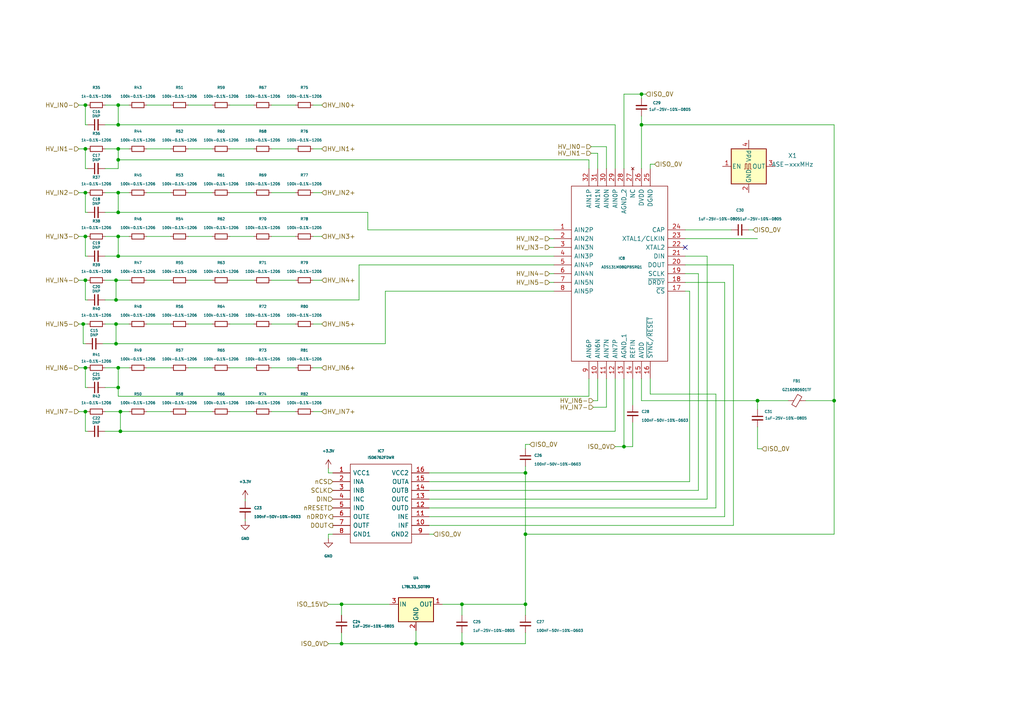
<source format=kicad_sch>
(kicad_sch (version 20230121) (generator eeschema)
  (paper "A4")
  (lib_symbols
    (symbol "Device:C_Small" (pin_numbers hide) (pin_names (offset 0.254) hide)
      (property "Reference" "C" (at 0.254 1.778 0))
      (property "Value" "C_Small" (at 0.254 -2.032 0))
      (symbol "C_Small_0_1"
        (polyline (pts (xy -1.524 -0.508) (xy 1.524 -0.508)) (stroke (width 0.3302)))
        (polyline (pts (xy -1.524 0.508) (xy 1.524 0.508)) (stroke (width 0.3048)))
      )
      (symbol "C_Small_1_1"
        (pin passive line (at 0 2.54 270) (length 2.032) (name "~") (number "1"))
        (pin passive line (at 0 -2.54 90) (length 2.032) (name "~") (number "2"))
      )
    )
    (symbol "Device:FerriteBead_Small" (pin_numbers hide) (pin_names (offset 0))
      (property "Reference" "FB" (at 1.905 1.27 0))
      (property "Value" "FerriteBead_Small" (at 1.905 -1.27 0))
      (symbol "FerriteBead_Small_0_1"
        (polyline (pts (xy 0 -1.27) (xy 0 -0.7874)))
        (polyline (pts (xy 0 0.889) (xy 0 1.2954)))
        (polyline (pts (xy -1.8288 0.2794) (xy -1.1176 1.4986) (xy 1.8288 -0.2032) (xy 1.1176 -1.4224) (xy -1.8288 0.2794)))
      )
      (symbol "FerriteBead_Small_1_1"
        (pin passive line (at 0 2.54 270) (length 1.27) (name "~") (number "1"))
        (pin passive line (at 0 -2.54 90) (length 1.27) (name "~") (number "2"))
      )
    )
    (symbol "Device:R_Small" (pin_numbers hide) (pin_names (offset 0.254) hide)
      (property "Reference" "R" (at 0.762 0.508 0))
      (property "Value" "R_Small" (at 0.762 -1.016 0))
      (symbol "R_Small_0_1"
        (rectangle (start -0.762 1.778) (end 0.762 -1.778) (stroke (width 0.2032)))
      )
      (symbol "R_Small_1_1"
        (pin passive line (at 0 2.54 270) (length 0.762) (name "~") (number "1"))
        (pin passive line (at 0 -2.54 90) (length 0.762) (name "~") (number "2"))
      )
    )
    (symbol "Oscillator:ASE-xxxMHz" (pin_names (offset 0.254))
      (property "Reference" "X" (at -5.08 6.35 0))
      (property "Value" "ASE-xxxMHz" (at 1.27 -6.35 0))
      (symbol "ASE-xxxMHz_0_1"
        (rectangle (start -5.08 5.08) (end 5.08 -5.08) (stroke (width 0.254)) (fill (type background)))
        (polyline (pts (xy -1.27 -0.762) (xy -1.016 -0.762) (xy -1.016 0.762) (xy -0.508 0.762) (xy -0.508 -0.762) (xy 0 -0.762) (xy 0 0.762) (xy 0.508 0.762) (xy 0.508 -0.762) (xy 0.762 -0.762)))
      )
      (symbol "ASE-xxxMHz_1_1"
        (pin input line (at -7.62 0 0) (length 2.54) (name "EN") (number "1"))
        (pin power_in line (at 0 -7.62 90) (length 2.54) (name "GND") (number "2"))
        (pin output line (at 7.62 0 180) (length 2.54) (name "OUT") (number "3"))
        (pin power_in line (at 0 7.62 270) (length 2.54) (name "Vdd") (number "4"))
      )
    )
    (symbol "Regulator_Linear:L78L33_SOT89" (pin_names (offset 0.254))
      (property "Reference" "U" (at -3.81 3.175 0))
      (property "Value" "L78L33_SOT89" (at -0.635 3.175 0))
      (symbol "L78L33_SOT89_0_1"
        (rectangle (start -5.08 1.905) (end 5.08 -5.08) (stroke (width 0.254)) (fill (type background)))
      )
      (symbol "L78L33_SOT89_1_1"
        (pin power_out line (at 7.62 0 180) (length 2.54) (name "OUT") (number "1"))
        (pin power_in line (at 0 -7.62 90) (length 2.54) (name "GND") (number "2"))
        (pin power_in line (at -7.62 0 0) (length 2.54) (name "IN") (number "3"))
      )
    )
    (symbol "SamacSys_Parts:ADS131M08QPBSRQ1" (pin_names (offset 0.762))
      (property "Reference" "IC" (at 34.29 17.78 0))
      (property "Value" "ADS131M08QPBSRQ1" (at 34.29 15.24 0))
      (symbol "ADS131M08QPBSRQ1_0_0"
        (pin passive line (at 0 0 0) (length 5.08) (name "AIN2P") (number "1"))
        (pin passive line (at 12.7 -43.18 90) (length 5.08) (name "AIN6N") (number "10"))
        (pin passive line (at 15.24 -43.18 90) (length 5.08) (name "AIN7N") (number "11"))
        (pin passive line (at 17.78 -43.18 90) (length 5.08) (name "AIN7P") (number "12"))
        (pin passive line (at 20.32 -43.18 90) (length 5.08) (name "AGND_1") (number "13"))
        (pin passive line (at 22.86 -43.18 90) (length 5.08) (name "REFIN") (number "14"))
        (pin passive line (at 25.4 -43.18 90) (length 5.08) (name "AVDD") (number "15"))
        (pin passive line (at 27.94 -43.18 90) (length 5.08) (name "~{SYNC}/~{RESET}") (number "16"))
        (pin passive line (at 38.1 -17.78 180) (length 5.08) (name "~{CS}") (number "17"))
        (pin passive line (at 38.1 -15.24 180) (length 5.08) (name "~{DRDY}") (number "18"))
        (pin passive line (at 38.1 -12.7 180) (length 5.08) (name "SCLK") (number "19"))
        (pin passive line (at 0 -2.54 0) (length 5.08) (name "AIN2N") (number "2"))
        (pin passive line (at 38.1 -10.16 180) (length 5.08) (name "DOUT") (number "20"))
        (pin passive line (at 38.1 -7.62 180) (length 5.08) (name "DIN") (number "21"))
        (pin passive line (at 38.1 -5.08 180) (length 5.08) (name "XTAL2") (number "22"))
        (pin passive line (at 38.1 -2.54 180) (length 5.08) (name "XTAL1/CLKIN") (number "23"))
        (pin passive line (at 38.1 0 180) (length 5.08) (name "CAP") (number "24"))
        (pin passive line (at 27.94 17.78 270) (length 5.08) (name "DGND") (number "25"))
        (pin passive line (at 25.4 17.78 270) (length 5.08) (name "DVDD") (number "26"))
        (pin no_connect line (at 22.86 17.78 270) (length 5.08) (name "NC") (number "27"))
        (pin passive line (at 20.32 17.78 270) (length 5.08) (name "AGND_2") (number "28"))
        (pin passive line (at 17.78 17.78 270) (length 5.08) (name "AIN0P") (number "29"))
        (pin passive line (at 0 -5.08 0) (length 5.08) (name "AIN3N") (number "3"))
        (pin passive line (at 15.24 17.78 270) (length 5.08) (name "AIN0N") (number "30"))
        (pin passive line (at 12.7 17.78 270) (length 5.08) (name "AIN1N") (number "31"))
        (pin passive line (at 10.16 17.78 270) (length 5.08) (name "AIN1P") (number "32"))
        (pin passive line (at 0 -7.62 0) (length 5.08) (name "AIN3P") (number "4"))
        (pin passive line (at 0 -10.16 0) (length 5.08) (name "AIN4P") (number "5"))
        (pin passive line (at 0 -12.7 0) (length 5.08) (name "AIN4N") (number "6"))
        (pin passive line (at 0 -15.24 0) (length 5.08) (name "AIN5N") (number "7"))
        (pin passive line (at 0 -17.78 0) (length 5.08) (name "AIN5P") (number "8"))
        (pin passive line (at 10.16 -43.18 90) (length 5.08) (name "AIN6P") (number "9"))
      )
      (symbol "ADS131M08QPBSRQ1_0_1"
        (polyline (pts (xy 5.08 12.7) (xy 33.02 12.7) (xy 33.02 -38.1) (xy 5.08 -38.1) (xy 5.08 12.7)) (stroke (width 0.1524)))
      )
    )
    (symbol "SamacSys_Parts:ISO6762FDWR" (pin_names (offset 0.762))
      (property "Reference" "IC" (at 24.13 7.62 0))
      (property "Value" "ISO6762FDWR" (at 24.13 5.08 0))
      (symbol "ISO6762FDWR_0_0"
        (pin passive line (at 0 0 0) (length 5.08) (name "VCC1") (number "1"))
        (pin passive line (at 27.94 -15.24 180) (length 5.08) (name "INF") (number "10"))
        (pin passive line (at 27.94 -12.7 180) (length 5.08) (name "INE") (number "11"))
        (pin passive line (at 27.94 -10.16 180) (length 5.08) (name "OUTD") (number "12"))
        (pin passive line (at 27.94 -7.62 180) (length 5.08) (name "OUTC") (number "13"))
        (pin passive line (at 27.94 -5.08 180) (length 5.08) (name "OUTB") (number "14"))
        (pin passive line (at 27.94 -2.54 180) (length 5.08) (name "OUTA") (number "15"))
        (pin passive line (at 27.94 0 180) (length 5.08) (name "VCC2") (number "16"))
        (pin passive line (at 0 -2.54 0) (length 5.08) (name "INA") (number "2"))
        (pin passive line (at 0 -5.08 0) (length 5.08) (name "INB") (number "3"))
        (pin passive line (at 0 -7.62 0) (length 5.08) (name "INC") (number "4"))
        (pin passive line (at 0 -10.16 0) (length 5.08) (name "IND") (number "5"))
        (pin passive line (at 0 -12.7 0) (length 5.08) (name "OUTE") (number "6"))
        (pin passive line (at 0 -15.24 0) (length 5.08) (name "OUTF") (number "7"))
        (pin passive line (at 0 -17.78 0) (length 5.08) (name "GND1") (number "8"))
        (pin passive line (at 27.94 -17.78 180) (length 5.08) (name "GND2") (number "9"))
      )
      (symbol "ISO6762FDWR_0_1"
        (polyline (pts (xy 5.08 2.54) (xy 22.86 2.54) (xy 22.86 -20.32) (xy 5.08 -20.32) (xy 5.08 2.54)) (stroke (width 0.1524)))
      )
    )
    (symbol "power:+3.3V" (power) (pin_names (offset 0))
      (property "Value" "+3.3V" (at 0 3.556 0))
      (symbol "+3.3V_0_1"
        (polyline (pts (xy -0.762 1.27) (xy 0 2.54)))
        (polyline (pts (xy 0 0) (xy 0 2.54)))
        (polyline (pts (xy 0 2.54) (xy 0.762 1.27)))
      )
      (symbol "+3.3V_1_1"
        (pin power_in line (at 0 0 90) (length 0) hide (name "+3.3V") (number "1"))
      )
    )
    (symbol "power:GND" (power) (pin_names (offset 0))
      (property "Value" "GND" (at 0 -3.81 0))
      (symbol "GND_0_1"
        (polyline (pts (xy 0 0) (xy 0 -1.27) (xy 1.27 -1.27) (xy 0 -2.54) (xy -1.27 -1.27) (xy 0 -1.27)))
      )
      (symbol "GND_1_1"
        (pin power_in line (at 0 0 270) (length 0) hide (name "GND") (number "1"))
      )
    )
  )
  (junction (at 33.655 99.695))
  (junction (at 34.29 106.68))
  (junction (at 186.055 36.195))
  (junction (at 24.765 43.18))
  (junction (at 34.29 46.355))
  (junction (at 34.29 112.395))
  (junction (at 24.765 55.88))
  (junction (at 180.975 129.54))
  (junction (at 120.65 186.69))
  (junction (at 219.71 116.205))
  (junction (at 24.765 30.48))
  (junction (at 241.935 116.205))
  (junction (at 24.13 93.98))
  (junction (at 34.29 43.18))
  (junction (at 24.765 81.28))
  (junction (at 24.765 68.58))
  (junction (at 99.06 186.69))
  (junction (at 34.29 68.58))
  (junction (at 133.985 175.26))
  (junction (at 33.655 86.995))
  (junction (at 34.29 36.195))
  (junction (at 34.29 30.48))
  (junction (at 152.4 154.94))
  (junction (at 34.925 119.38))
  (junction (at 99.06 175.26))
  (junction (at 152.4 175.26))
  (junction (at 34.29 74.295))
  (junction (at 34.29 61.595))
  (junction (at 24.765 106.68))
  (junction (at 133.985 186.69))
  (junction (at 33.655 93.98))
  (junction (at 34.29 55.88))
  (junction (at 34.925 125.095))
  (junction (at 33.655 81.28))
  (junction (at 152.4 137.16))
  (junction (at 24.765 119.38))
  (junction (at 186.055 27.305))
  (no_connect (at 198.755 71.755))
  (wire (pts (xy 99.06 186.69) (xy 120.65 186.69)))
  (wire (pts (xy 54.61 68.58) (xy 61.595 68.58)))
  (wire (pts (xy 30.48 74.295) (xy 34.29 74.295)))
  (wire (pts (xy 22.86 119.38) (xy 24.765 119.38)))
  (wire (pts (xy 66.675 55.88) (xy 73.66 55.88)))
  (wire (pts (xy 188.595 47.625) (xy 189.865 47.625)))
  (wire (pts (xy 233.68 116.205) (xy 241.935 116.205)))
  (wire (pts (xy 33.655 93.98) (xy 33.655 99.695)))
  (wire (pts (xy 170.815 114.935) (xy 170.815 109.855)))
  (wire (pts (xy 33.655 81.28) (xy 33.655 86.995)))
  (wire (pts (xy 34.29 68.58) (xy 37.465 68.58)))
  (wire (pts (xy 34.29 46.355) (xy 34.29 48.895)))
  (wire (pts (xy 186.055 116.205) (xy 219.71 116.205)))
  (wire (pts (xy 42.545 30.48) (xy 49.53 30.48)))
  (wire (pts (xy 54.61 55.88) (xy 61.595 55.88)))
  (wire (pts (xy 152.4 175.26) (xy 152.4 178.435)))
  (wire (pts (xy 219.71 69.215) (xy 198.755 69.215)))
  (wire (pts (xy 183.515 109.855) (xy 183.515 117.475)))
  (wire (pts (xy 24.765 112.395) (xy 25.4 112.395)))
  (wire (pts (xy 71.12 144.78) (xy 71.12 145.415)))
  (wire (pts (xy 42.545 55.88) (xy 49.53 55.88)))
  (wire (pts (xy 42.545 106.68) (xy 49.53 106.68)))
  (wire (pts (xy 93.345 30.48) (xy 90.805 30.48)))
  (wire (pts (xy 124.46 149.86) (xy 210.185 149.86)))
  (wire (pts (xy 99.06 175.26) (xy 95.25 175.26)))
  (wire (pts (xy 24.765 48.895) (xy 25.4 48.895)))
  (wire (pts (xy 54.61 93.98) (xy 61.595 93.98)))
  (wire (pts (xy 175.895 109.855) (xy 175.895 118.11)))
  (wire (pts (xy 22.86 106.68) (xy 24.765 106.68)))
  (wire (pts (xy 186.055 36.195) (xy 186.055 48.895)))
  (wire (pts (xy 96.52 137.16) (xy 95.25 137.16)))
  (wire (pts (xy 124.46 152.4) (xy 212.725 152.4)))
  (wire (pts (xy 160.655 84.455) (xy 111.76 84.455)))
  (wire (pts (xy 78.74 93.98) (xy 85.725 93.98)))
  (wire (pts (xy 124.46 137.16) (xy 152.4 137.16)))
  (wire (pts (xy 212.725 76.835) (xy 212.725 152.4)))
  (wire (pts (xy 42.545 93.98) (xy 49.53 93.98)))
  (wire (pts (xy 34.29 43.18) (xy 34.29 46.355)))
  (wire (pts (xy 175.895 42.545) (xy 175.895 48.895)))
  (wire (pts (xy 186.055 27.305) (xy 186.055 28.575)))
  (wire (pts (xy 152.4 186.69) (xy 152.4 183.515)))
  (wire (pts (xy 30.48 106.68) (xy 34.29 106.68)))
  (wire (pts (xy 124.46 147.32) (xy 207.645 147.32)))
  (wire (pts (xy 99.06 175.26) (xy 113.03 175.26)))
  (wire (pts (xy 159.385 71.755) (xy 160.655 71.755)))
  (wire (pts (xy 159.385 69.215) (xy 160.655 69.215)))
  (wire (pts (xy 219.71 130.175) (xy 220.98 130.175)))
  (wire (pts (xy 241.935 116.205) (xy 241.935 154.94)))
  (wire (pts (xy 24.765 106.68) (xy 25.4 106.68)))
  (wire (pts (xy 128.27 175.26) (xy 133.985 175.26)))
  (wire (pts (xy 124.46 144.78) (xy 205.105 144.78)))
  (wire (pts (xy 133.985 175.26) (xy 152.4 175.26)))
  (wire (pts (xy 152.4 128.905) (xy 153.67 128.905)))
  (wire (pts (xy 186.055 109.855) (xy 186.055 116.205)))
  (wire (pts (xy 24.765 119.38) (xy 25.4 119.38)))
  (wire (pts (xy 202.565 79.375) (xy 202.565 142.24)))
  (wire (pts (xy 152.4 137.16) (xy 152.4 135.255)))
  (wire (pts (xy 188.595 109.855) (xy 188.595 114.3)))
  (wire (pts (xy 24.765 30.48) (xy 25.4 30.48)))
  (wire (pts (xy 218.44 66.675) (xy 217.17 66.675)))
  (wire (pts (xy 133.985 178.435) (xy 133.985 175.26)))
  (wire (pts (xy 183.515 122.555) (xy 183.515 129.54)))
  (wire (pts (xy 93.345 43.18) (xy 90.805 43.18)))
  (wire (pts (xy 22.86 55.88) (xy 24.765 55.88)))
  (wire (pts (xy 30.48 55.88) (xy 34.29 55.88)))
  (wire (pts (xy 78.74 30.48) (xy 85.725 30.48)))
  (wire (pts (xy 152.4 175.26) (xy 152.4 154.94)))
  (wire (pts (xy 24.765 86.995) (xy 25.4 86.995)))
  (wire (pts (xy 159.385 81.915) (xy 160.655 81.915)))
  (wire (pts (xy 78.74 55.88) (xy 85.725 55.88)))
  (wire (pts (xy 173.355 44.45) (xy 173.355 48.895)))
  (wire (pts (xy 42.545 43.18) (xy 49.53 43.18)))
  (wire (pts (xy 120.65 186.69) (xy 133.985 186.69)))
  (wire (pts (xy 66.675 93.98) (xy 73.66 93.98)))
  (wire (pts (xy 30.48 125.095) (xy 34.925 125.095)))
  (wire (pts (xy 95.25 156.21) (xy 95.25 154.94)))
  (wire (pts (xy 160.655 66.675) (xy 106.68 66.675)))
  (wire (pts (xy 78.74 43.18) (xy 85.725 43.18)))
  (wire (pts (xy 205.105 74.295) (xy 198.755 74.295)))
  (wire (pts (xy 34.29 30.48) (xy 34.29 36.195)))
  (wire (pts (xy 66.675 30.48) (xy 73.66 30.48)))
  (wire (pts (xy 30.48 112.395) (xy 34.29 112.395)))
  (wire (pts (xy 24.765 30.48) (xy 24.765 36.195)))
  (wire (pts (xy 34.925 119.38) (xy 37.465 119.38)))
  (wire (pts (xy 54.61 81.28) (xy 61.595 81.28)))
  (wire (pts (xy 34.29 55.88) (xy 34.29 61.595)))
  (wire (pts (xy 22.86 68.58) (xy 24.765 68.58)))
  (wire (pts (xy 30.48 36.195) (xy 34.29 36.195)))
  (wire (pts (xy 33.655 86.995) (xy 104.14 86.995)))
  (wire (pts (xy 152.4 154.94) (xy 241.935 154.94)))
  (wire (pts (xy 71.12 150.495) (xy 71.12 151.13)))
  (wire (pts (xy 93.345 68.58) (xy 90.805 68.58)))
  (wire (pts (xy 30.48 30.48) (xy 34.29 30.48)))
  (wire (pts (xy 42.545 68.58) (xy 49.53 68.58)))
  (wire (pts (xy 22.86 93.98) (xy 24.13 93.98)))
  (wire (pts (xy 29.845 99.695) (xy 33.655 99.695)))
  (wire (pts (xy 30.48 93.98) (xy 33.655 93.98)))
  (wire (pts (xy 202.565 79.375) (xy 198.755 79.375)))
  (wire (pts (xy 186.055 27.305) (xy 187.325 27.305)))
  (wire (pts (xy 93.345 81.28) (xy 90.805 81.28)))
  (wire (pts (xy 160.655 76.835) (xy 104.14 76.835)))
  (wire (pts (xy 24.765 81.28) (xy 24.765 86.995)))
  (wire (pts (xy 152.4 128.905) (xy 152.4 130.175)))
  (wire (pts (xy 24.765 68.58) (xy 24.765 74.295)))
  (wire (pts (xy 24.765 55.88) (xy 25.4 55.88)))
  (wire (pts (xy 219.71 116.205) (xy 228.6 116.205)))
  (wire (pts (xy 111.76 99.695) (xy 33.655 99.695)))
  (wire (pts (xy 34.29 68.58) (xy 34.29 74.295)))
  (wire (pts (xy 24.13 93.98) (xy 24.13 99.695)))
  (wire (pts (xy 30.48 119.38) (xy 34.925 119.38)))
  (wire (pts (xy 34.29 43.18) (xy 37.465 43.18)))
  (wire (pts (xy 24.765 36.195) (xy 25.4 36.195)))
  (wire (pts (xy 54.61 30.48) (xy 61.595 30.48)))
  (wire (pts (xy 34.29 61.595) (xy 106.68 61.595)))
  (wire (pts (xy 78.74 106.68) (xy 85.725 106.68)))
  (wire (pts (xy 42.545 119.38) (xy 49.53 119.38)))
  (wire (pts (xy 34.925 125.095) (xy 178.435 125.095)))
  (wire (pts (xy 30.48 81.28) (xy 33.655 81.28)))
  (wire (pts (xy 93.345 119.38) (xy 90.805 119.38)))
  (wire (pts (xy 175.895 118.11) (xy 172.085 118.11)))
  (wire (pts (xy 34.29 55.88) (xy 37.465 55.88)))
  (wire (pts (xy 66.675 106.68) (xy 73.66 106.68)))
  (wire (pts (xy 66.675 68.58) (xy 73.66 68.58)))
  (wire (pts (xy 106.68 66.675) (xy 106.68 61.595)))
  (wire (pts (xy 219.71 116.205) (xy 219.71 118.745)))
  (wire (pts (xy 180.975 109.855) (xy 180.975 129.54)))
  (wire (pts (xy 93.345 55.88) (xy 90.805 55.88)))
  (wire (pts (xy 24.765 119.38) (xy 24.765 125.095)))
  (wire (pts (xy 99.06 186.69) (xy 99.06 183.515)))
  (wire (pts (xy 173.355 109.855) (xy 173.355 116.205)))
  (wire (pts (xy 24.765 125.095) (xy 25.4 125.095)))
  (wire (pts (xy 95.25 186.69) (xy 99.06 186.69)))
  (wire (pts (xy 34.925 119.38) (xy 34.925 125.095)))
  (wire (pts (xy 30.48 68.58) (xy 34.29 68.58)))
  (wire (pts (xy 180.975 27.305) (xy 180.975 48.895)))
  (wire (pts (xy 66.675 119.38) (xy 73.66 119.38)))
  (wire (pts (xy 133.985 186.69) (xy 152.4 186.69)))
  (wire (pts (xy 170.815 46.355) (xy 170.815 48.895)))
  (wire (pts (xy 175.895 42.545) (xy 171.45 42.545)))
  (wire (pts (xy 124.46 154.94) (xy 125.73 154.94)))
  (wire (pts (xy 188.595 114.3) (xy 207.645 114.3)))
  (wire (pts (xy 34.29 36.195) (xy 178.435 36.195)))
  (wire (pts (xy 210.185 149.86) (xy 210.185 81.915)))
  (wire (pts (xy 186.055 33.655) (xy 186.055 36.195)))
  (wire (pts (xy 24.765 106.68) (xy 24.765 112.395)))
  (wire (pts (xy 111.76 84.455) (xy 111.76 99.695)))
  (wire (pts (xy 241.935 36.195) (xy 241.935 116.205)))
  (wire (pts (xy 54.61 106.68) (xy 61.595 106.68)))
  (wire (pts (xy 54.61 119.38) (xy 61.595 119.38)))
  (wire (pts (xy 24.13 93.98) (xy 25.4 93.98)))
  (wire (pts (xy 78.74 81.28) (xy 85.725 81.28)))
  (wire (pts (xy 178.435 129.54) (xy 180.975 129.54)))
  (wire (pts (xy 30.48 86.995) (xy 33.655 86.995)))
  (wire (pts (xy 172.085 116.205) (xy 173.355 116.205)))
  (wire (pts (xy 178.435 125.095) (xy 178.435 109.855)))
  (wire (pts (xy 54.61 43.18) (xy 61.595 43.18)))
  (wire (pts (xy 180.975 27.305) (xy 186.055 27.305)))
  (wire (pts (xy 78.74 119.38) (xy 85.725 119.38)))
  (wire (pts (xy 200.025 139.7) (xy 200.025 84.455)))
  (wire (pts (xy 95.25 154.94) (xy 96.52 154.94)))
  (wire (pts (xy 198.755 76.835) (xy 212.725 76.835)))
  (wire (pts (xy 159.385 79.375) (xy 160.655 79.375)))
  (wire (pts (xy 24.765 43.18) (xy 24.765 48.895)))
  (wire (pts (xy 120.65 182.88) (xy 120.65 186.69)))
  (wire (pts (xy 186.055 36.195) (xy 241.935 36.195)))
  (wire (pts (xy 34.29 30.48) (xy 37.465 30.48)))
  (wire (pts (xy 34.29 46.355) (xy 170.815 46.355)))
  (wire (pts (xy 42.545 81.28) (xy 49.53 81.28)))
  (wire (pts (xy 93.345 93.98) (xy 90.805 93.98)))
  (wire (pts (xy 160.655 74.295) (xy 34.29 74.295)))
  (wire (pts (xy 198.755 66.675) (xy 212.09 66.675)))
  (wire (pts (xy 198.755 81.915) (xy 210.185 81.915)))
  (wire (pts (xy 188.595 47.625) (xy 188.595 48.895)))
  (wire (pts (xy 207.645 114.3) (xy 207.645 147.32)))
  (wire (pts (xy 152.4 154.94) (xy 152.4 137.16)))
  (wire (pts (xy 78.74 68.58) (xy 85.725 68.58)))
  (wire (pts (xy 24.765 43.18) (xy 25.4 43.18)))
  (wire (pts (xy 24.13 99.695) (xy 24.765 99.695)))
  (wire (pts (xy 93.345 106.68) (xy 90.805 106.68)))
  (wire (pts (xy 205.105 144.78) (xy 205.105 74.295)))
  (wire (pts (xy 183.515 129.54) (xy 180.975 129.54)))
  (wire (pts (xy 22.86 81.28) (xy 24.765 81.28)))
  (wire (pts (xy 33.655 81.28) (xy 37.465 81.28)))
  (wire (pts (xy 30.48 61.595) (xy 34.29 61.595)))
  (wire (pts (xy 66.675 43.18) (xy 73.66 43.18)))
  (wire (pts (xy 24.765 55.88) (xy 24.765 61.595)))
  (wire (pts (xy 66.675 81.28) (xy 73.66 81.28)))
  (wire (pts (xy 24.765 74.295) (xy 25.4 74.295)))
  (wire (pts (xy 34.29 106.68) (xy 34.29 112.395)))
  (wire (pts (xy 200.025 84.455) (xy 198.755 84.455)))
  (wire (pts (xy 30.48 48.895) (xy 34.29 48.895)))
  (wire (pts (xy 22.86 43.18) (xy 24.765 43.18)))
  (wire (pts (xy 219.71 123.825) (xy 219.71 130.175)))
  (wire (pts (xy 173.355 44.45) (xy 171.45 44.45)))
  (wire (pts (xy 99.06 178.435) (xy 99.06 175.26)))
  (wire (pts (xy 24.765 61.595) (xy 25.4 61.595)))
  (wire (pts (xy 34.29 112.395) (xy 34.29 114.935)))
  (wire (pts (xy 24.765 68.58) (xy 25.4 68.58)))
  (wire (pts (xy 34.29 114.935) (xy 170.815 114.935)))
  (wire (pts (xy 124.46 142.24) (xy 202.565 142.24)))
  (wire (pts (xy 30.48 43.18) (xy 34.29 43.18)))
  (wire (pts (xy 33.655 93.98) (xy 37.465 93.98)))
  (wire (pts (xy 95.25 135.89) (xy 95.25 137.16)))
  (wire (pts (xy 34.29 106.68) (xy 37.465 106.68)))
  (wire (pts (xy 22.86 30.48) (xy 24.765 30.48)))
  (wire (pts (xy 24.765 81.28) (xy 25.4 81.28)))
  (wire (pts (xy 104.14 76.835) (xy 104.14 86.995)))
  (wire (pts (xy 133.985 183.515) (xy 133.985 186.69)))
  (wire (pts (xy 124.46 139.7) (xy 200.025 139.7)))
  (wire (pts (xy 178.435 36.195) (xy 178.435 48.895)))
  (hierarchical_label "ISO_0V" (shape input) (at 187.325 27.305 0))
  (hierarchical_label "HV_IN3-" (shape input) (at 159.385 71.755 180))
  (hierarchical_label "nRESET" (shape input) (at 96.52 147.32 180))
  (hierarchical_label "HV_IN0+" (shape input) (at 93.345 30.48 0))
  (hierarchical_label "HV_IN7-" (shape input) (at 172.085 118.11 180))
  (hierarchical_label "HV_IN6-" (shape input) (at 172.085 116.205 180))
  (hierarchical_label "HV_IN7+" (shape input) (at 93.345 119.38 0))
  (hierarchical_label "HV_IN3-" (shape input) (at 22.86 68.58 180))
  (hierarchical_label "HV_IN6+" (shape input) (at 93.345 106.68 0))
  (hierarchical_label "HV_IN0-" (shape input) (at 22.86 30.48 180))
  (hierarchical_label "DOUT" (shape output) (at 96.52 152.4 180))
  (hierarchical_label "ISO_0V" (shape input) (at 218.44 66.675 0))
  (hierarchical_label "HV_IN5-" (shape input) (at 22.86 93.98 180))
  (hierarchical_label "HV_IN2-" (shape input) (at 159.385 69.215 180))
  (hierarchical_label "HV_IN5-" (shape input) (at 159.385 81.915 180))
  (hierarchical_label "ISO_0V" (shape input) (at 125.73 154.94 0))
  (hierarchical_label "ISO_0V" (shape input) (at 189.865 47.625 0))
  (hierarchical_label "HV_IN1+" (shape input) (at 93.345 43.18 0))
  (hierarchical_label "SCLK" (shape input) (at 96.52 142.24 180))
  (hierarchical_label "ISO_0V" (shape input) (at 95.25 186.69 180))
  (hierarchical_label "HV_IN0-" (shape input) (at 171.45 42.545 180))
  (hierarchical_label "ISO_15V" (shape input) (at 95.25 175.26 180))
  (hierarchical_label "HV_IN5+" (shape input) (at 93.345 93.98 0))
  (hierarchical_label "HV_IN1-" (shape input) (at 171.45 44.45 180))
  (hierarchical_label "HV_IN2+" (shape input) (at 93.345 55.88 0))
  (hierarchical_label "ISO_0V" (shape input) (at 153.67 128.905 0))
  (hierarchical_label "HV_IN6-" (shape input) (at 22.86 106.68 180))
  (hierarchical_label "nCS" (shape input) (at 96.52 139.7 180))
  (hierarchical_label "nDRDY" (shape output) (at 96.52 149.86 180))
  (hierarchical_label "HV_IN4-" (shape input) (at 159.385 79.375 180))
  (hierarchical_label "ISO_0V" (shape input) (at 178.435 129.54 180))
  (hierarchical_label "HV_IN2-" (shape input) (at 22.86 55.88 180))
  (hierarchical_label "ISO_0V" (shape input) (at 220.98 130.175 0))
  (hierarchical_label "HV_IN3+" (shape input) (at 93.345 68.58 0))
  (hierarchical_label "HV_IN7-" (shape input) (at 22.86 119.38 180))
  (hierarchical_label "DIN" (shape input) (at 96.52 144.78 180))
  (hierarchical_label "HV_IN4+" (shape input) (at 93.345 81.28 0))
  (hierarchical_label "HV_IN4-" (shape input) (at 22.86 81.28 180))
  (hierarchical_label "HV_IN1-" (shape input) (at 22.86 43.18 180))
  (symbol (lib_id "Device:R_Small") (at 40.005 93.98 270) (mirror x) (unit 1)
    (property "Reference" "R48" (at 40.005 88.9 90) (effects (font (size 0.75 0.75))))
    (property "Value" "100k-0.1%-1206" (at 40.005 91.44 90) (effects (font (size 0.75 0.75))))
    (property "Footprint" "Resistor_SMD:R_1206_3216Metric" (effects hide))
  )
  (symbol (lib_id "Device:C_Small") (at 27.94 48.895 90) (unit 1)
    (property "Reference" "C17" (at 27.94 45.085 90) (effects (font (size 0.75 0.75))))
    (property "Value" "DNP" (at 27.94 46.355 90) (effects (font (size 0.75 0.75))))
    (property "Footprint" "Capacitor_SMD:C_0603_1608Metric" (effects hide))
  )
  (symbol (lib_id "Device:R_Small") (at 52.07 106.68 270) (mirror x) (unit 1)
    (property "Reference" "R57" (at 52.07 101.6 90) (effects (font (size 0.75 0.75))))
    (property "Value" "100k-0.1%-1206" (at 52.07 104.14 90) (effects (font (size 0.75 0.75))))
    (property "Footprint" "Resistor_SMD:R_1206_3216Metric" (effects hide))
  )
  (symbol (lib_id "Device:R_Small") (at 52.07 68.58 270) (mirror x) (unit 1)
    (property "Reference" "R54" (at 52.07 63.5 90) (effects (font (size 0.75 0.75))))
    (property "Value" "100k-0.1%-1206" (at 52.07 66.04 90) (effects (font (size 0.75 0.75))))
    (property "Footprint" "Resistor_SMD:R_1206_3216Metric" (effects hide))
  )
  (symbol (lib_id "Device:C_Small") (at 27.94 61.595 90) (unit 1)
    (property "Reference" "C18" (at 27.94 57.785 90) (effects (font (size 0.75 0.75))))
    (property "Value" "DNP" (at 27.94 59.055 90) (effects (font (size 0.75 0.75))))
    (property "Footprint" "Capacitor_SMD:C_0603_1608Metric" (effects hide))
  )
  (symbol (lib_id "Device:R_Small") (at 76.2 81.28 270) (mirror x) (unit 1)
    (property "Reference" "R71" (at 76.2 76.2 90) (effects (font (size 0.75 0.75))))
    (property "Value" "100k-0.1%-1206" (at 76.2 78.74 90) (effects (font (size 0.75 0.75))))
    (property "Footprint" "Resistor_SMD:R_1206_3216Metric" (effects hide))
  )
  (symbol (lib_id "Device:R_Small") (at 40.005 68.58 270) (mirror x) (unit 1)
    (property "Reference" "R46" (at 40.005 63.5 90) (effects (font (size 0.75 0.75))))
    (property "Value" "100k-0.1%-1206" (at 40.005 66.04 90) (effects (font (size 0.75 0.75))))
    (property "Footprint" "Resistor_SMD:R_1206_3216Metric" (effects hide))
  )
  (symbol (lib_id "Device:C_Small") (at 27.94 125.095 90) (unit 1)
    (property "Reference" "C22" (at 27.94 121.285 90) (effects (font (size 0.75 0.75))))
    (property "Value" "DNP" (at 27.94 122.555 90) (effects (font (size 0.75 0.75))))
    (property "Footprint" "Capacitor_SMD:C_0603_1608Metric" (effects hide))
  )
  (symbol (lib_id "Device:R_Small") (at 88.265 93.98 270) (mirror x) (unit 1)
    (property "Reference" "R80" (at 88.265 88.9 90) (effects (font (size 0.75 0.75))))
    (property "Value" "100k-0.1%-1206" (at 88.265 91.44 90) (effects (font (size 0.75 0.75))))
    (property "Footprint" "Resistor_SMD:R_1206_3216Metric" (effects hide))
  )
  (symbol (lib_id "Device:R_Small") (at 52.07 81.28 270) (mirror x) (unit 1)
    (property "Reference" "R55" (at 52.07 76.2 90) (effects (font (size 0.75 0.75))))
    (property "Value" "100k-0.1%-1206" (at 52.07 78.74 90) (effects (font (size 0.75 0.75))))
    (property "Footprint" "Resistor_SMD:R_1206_3216Metric" (effects hide))
  )
  (symbol (lib_id "Device:R_Small") (at 52.07 30.48 270) (mirror x) (unit 1)
    (property "Reference" "R51" (at 52.07 25.4 90) (effects (font (size 0.75 0.75))))
    (property "Value" "100k-0.1%-1206" (at 52.07 27.94 90) (effects (font (size 0.75 0.75))))
    (property "Footprint" "Resistor_SMD:R_1206_3216Metric" (effects hide))
  )
  (symbol (lib_id "Device:R_Small") (at 76.2 106.68 270) (mirror x) (unit 1)
    (property "Reference" "R73" (at 76.2 101.6 90) (effects (font (size 0.75 0.75))))
    (property "Value" "100k-0.1%-1206" (at 76.2 104.14 90) (effects (font (size 0.75 0.75))))
    (property "Footprint" "Resistor_SMD:R_1206_3216Metric" (effects hide))
  )
  (symbol (lib_id "SamacSys_Parts:ISO6762FDWR") (at 96.52 137.16 0) (unit 1)
    (property "Reference" "IC7" (at 110.49 130.81 0) (effects (font (size 0.75 0.75))))
    (property "Value" "ISO6762FDWR" (at 110.49 132.715 0) (effects (font (size 0.75 0.75))))
    (property "Footprint" "SOIC127P1030X265-16N" (effects hide))
    (property "Datasheet" "https://www.ti.com/lit/ds/symlink/iso6762.pdf?ts=1660797997718&ref_url=https%253A%252F%252Fwww.ti.com%252Fproduct%252FISO6762%252Fpart-details%252FISO6762DWR%253FkeyMatch%253DISO6762DWR%2526tisearch%253Dsearch-everything%2526usecase%253DOPN" (effects hide))
    (property "Description" "Digital Isolators" (effects hide))
    (property "Height" "2.65" (effects hide))
    (property "Manufacturer_Name" "Texas Instruments" (effects hide))
    (property "Manufacturer_Part_Number" "ISO6762FDWR" (effects hide))
    (property "Mouser Part Number" "595-ISO6762FDWR" (effects hide))
    (property "Mouser Price/Stock" "https://www.mouser.co.uk/ProductDetail/Texas-Instruments/ISO6762FDWR?qs=doiCPypUmgGHSSCF6%252BJVWg%3D%3D" (effects hide))
  )
  (symbol (lib_id "Device:R_Small") (at 88.265 106.68 270) (mirror x) (unit 1)
    (property "Reference" "R81" (at 88.265 101.6 90) (effects (font (size 0.75 0.75))))
    (property "Value" "100k-0.1%-1206" (at 88.265 104.14 90) (effects (font (size 0.75 0.75))))
    (property "Footprint" "Resistor_SMD:R_1206_3216Metric" (effects hide))
  )
  (symbol (lib_id "Device:C_Small") (at 152.4 132.715 0) (unit 1)
    (property "Reference" "C26" (at 154.94 132.0862 0) (effects (font (size 0.75 0.75)) (justify left)))
    (property "Value" "100nF-50V-10%-0603" (at 154.94 134.6262 0) (effects (font (size 0.75 0.75)) (justify left)))
    (property "Footprint" "Capacitor_SMD:C_0603_1608Metric" (effects hide))
  )
  (symbol (lib_id "Device:R_Small") (at 27.94 55.88 270) (mirror x) (unit 1)
    (property "Reference" "R37" (at 27.94 51.435 90) (effects (font (size 0.75 0.75))))
    (property "Value" "1k-0.1%-1206" (at 27.94 53.34 90) (effects (font (size 0.75 0.75))))
    (property "Footprint" "Resistor_SMD:R_1206_3216Metric" (effects hide))
  )
  (symbol (lib_id "Device:R_Small") (at 40.005 30.48 270) (mirror x) (unit 1)
    (property "Reference" "R43" (at 40.005 25.4 90) (effects (font (size 0.75 0.75))))
    (property "Value" "100k-0.1%-1206" (at 40.005 27.94 90) (effects (font (size 0.75 0.75))))
    (property "Footprint" "Resistor_SMD:R_1206_3216Metric" (effects hide))
  )
  (symbol (lib_id "Device:R_Small") (at 76.2 55.88 270) (mirror x) (unit 1)
    (property "Reference" "R69" (at 76.2 50.8 90) (effects (font (size 0.75 0.75))))
    (property "Value" "100k-0.1%-1206" (at 76.2 53.34 90) (effects (font (size 0.75 0.75))))
    (property "Footprint" "Resistor_SMD:R_1206_3216Metric" (effects hide))
  )
  (symbol (lib_id "Device:R_Small") (at 40.005 106.68 270) (mirror x) (unit 1)
    (property "Reference" "R49" (at 40.005 101.6 90) (effects (font (size 0.75 0.75))))
    (property "Value" "100k-0.1%-1206" (at 40.005 104.14 90) (effects (font (size 0.75 0.75))))
    (property "Footprint" "Resistor_SMD:R_1206_3216Metric" (effects hide))
  )
  (symbol (lib_id "Device:C_Small") (at 27.94 86.995 90) (unit 1)
    (property "Reference" "C20" (at 27.94 83.185 90) (effects (font (size 0.75 0.75))))
    (property "Value" "DNP" (at 27.94 84.455 90) (effects (font (size 0.75 0.75))))
    (property "Footprint" "Capacitor_SMD:C_0603_1608Metric" (effects hide))
  )
  (symbol (lib_id "Device:R_Small") (at 40.005 119.38 270) (mirror x) (unit 1)
    (property "Reference" "R50" (at 40.005 114.3 90) (effects (font (size 0.75 0.75))))
    (property "Value" "100k-0.1%-1206" (at 40.005 116.84 90) (effects (font (size 0.75 0.75))))
    (property "Footprint" "Resistor_SMD:R_1206_3216Metric" (effects hide))
  )
  (symbol (lib_id "Device:R_Small") (at 76.2 68.58 270) (mirror x) (unit 1)
    (property "Reference" "R70" (at 76.2 63.5 90) (effects (font (size 0.75 0.75))))
    (property "Value" "100k-0.1%-1206" (at 76.2 66.04 90) (effects (font (size 0.75 0.75))))
    (property "Footprint" "Resistor_SMD:R_1206_3216Metric" (effects hide))
  )
  (symbol (lib_id "Regulator_Linear:L78L33_SOT89") (at 120.65 175.26 0) (unit 1)
    (property "Reference" "U4" (at 120.65 167.64 0) (effects (font (size 0.75 0.75))))
    (property "Value" "L78L33_SOT89" (at 120.65 170.18 0) (effects (font (size 0.75 0.75))))
    (property "Footprint" "Package_TO_SOT_SMD:SOT-89-3" (effects hide))
    (property "Datasheet" "http://www.st.com/content/ccc/resource/technical/document/datasheet/15/55/e5/aa/23/5b/43/fd/CD00000446.pdf/files/CD00000446.pdf/jcr:content/translations/en.CD00000446.pdf" (effects hide))
  )
  (symbol (lib_id "Device:R_Small") (at 88.265 43.18 270) (mirror x) (unit 1)
    (property "Reference" "R76" (at 88.265 38.1 90) (effects (font (size 0.75 0.75))))
    (property "Value" "100k-0.1%-1206" (at 88.265 40.64 90) (effects (font (size 0.75 0.75))))
    (property "Footprint" "Resistor_SMD:R_1206_3216Metric" (effects hide))
  )
  (symbol (lib_id "Device:R_Small") (at 88.265 119.38 270) (mirror x) (unit 1)
    (property "Reference" "R82" (at 88.265 114.3 90) (effects (font (size 0.75 0.75))))
    (property "Value" "100k-0.1%-1206" (at 88.265 116.84 90) (effects (font (size 0.75 0.75))))
    (property "Footprint" "Resistor_SMD:R_1206_3216Metric" (effects hide))
  )
  (symbol (lib_id "Device:R_Small") (at 27.94 43.18 270) (mirror x) (unit 1)
    (property "Reference" "R36" (at 27.94 38.735 90) (effects (font (size 0.75 0.75))))
    (property "Value" "1k-0.1%-1206" (at 27.94 40.64 90) (effects (font (size 0.75 0.75))))
    (property "Footprint" "Resistor_SMD:R_1206_3216Metric" (effects hide))
  )
  (symbol (lib_id "Device:R_Small") (at 76.2 30.48 270) (mirror x) (unit 1)
    (property "Reference" "R67" (at 76.2 25.4 90) (effects (font (size 0.75 0.75))))
    (property "Value" "100k-0.1%-1206" (at 76.2 27.94 90) (effects (font (size 0.75 0.75))))
    (property "Footprint" "Resistor_SMD:R_1206_3216Metric" (effects hide))
  )
  (symbol (lib_id "Device:R_Small") (at 76.2 93.98 270) (mirror x) (unit 1)
    (property "Reference" "R72" (at 76.2 88.9 90) (effects (font (size 0.75 0.75))))
    (property "Value" "100k-0.1%-1206" (at 76.2 91.44 90) (effects (font (size 0.75 0.75))))
    (property "Footprint" "Resistor_SMD:R_1206_3216Metric" (effects hide))
  )
  (symbol (lib_id "Device:R_Small") (at 64.135 30.48 270) (mirror x) (unit 1)
    (property "Reference" "R59" (at 64.135 25.4 90) (effects (font (size 0.75 0.75))))
    (property "Value" "100k-0.1%-1206" (at 64.135 27.94 90) (effects (font (size 0.75 0.75))))
    (property "Footprint" "Resistor_SMD:R_1206_3216Metric" (effects hide))
  )
  (symbol (lib_id "Device:R_Small") (at 52.07 93.98 270) (mirror x) (unit 1)
    (property "Reference" "R56" (at 52.07 88.9 90) (effects (font (size 0.75 0.75))))
    (property "Value" "100k-0.1%-1206" (at 52.07 91.44 90) (effects (font (size 0.75 0.75))))
    (property "Footprint" "Resistor_SMD:R_1206_3216Metric" (effects hide))
  )
  (symbol (lib_id "Oscillator:ASE-xxxMHz") (at 217.17 48.26 0) (unit 1)
    (property "Reference" "X1" (at 229.87 45.1359 0))
    (property "Value" "ASE-xxxMHz" (at 229.87 47.6759 0))
    (property "Footprint" "Oscillator:Oscillator_SMD_Abracon_ASE-4Pin_3.2x2.5mm" (effects hide))
    (property "Datasheet" "http://www.abracon.com/Oscillators/ASV.pdf" (effects hide))
  )
  (symbol (lib_id "Device:C_Small") (at 99.06 180.975 0) (unit 1)
    (property "Reference" "C24" (at 102.235 180.3463 0) (effects (font (size 0.75 0.75)) (justify left)))
    (property "Value" "1uF-25V-10%-0805" (at 102.235 181.6163 0) (effects (font (size 0.75 0.75)) (justify left)))
    (property "Footprint" "Capacitor_SMD:C_0805_2012Metric" (effects hide))
  )
  (symbol (lib_id "Device:R_Small") (at 64.135 106.68 270) (mirror x) (unit 1)
    (property "Reference" "R65" (at 64.135 101.6 90) (effects (font (size 0.75 0.75))))
    (property "Value" "100k-0.1%-1206" (at 64.135 104.14 90) (effects (font (size 0.75 0.75))))
    (property "Footprint" "Resistor_SMD:R_1206_3216Metric" (effects hide))
  )
  (symbol (lib_id "Device:R_Small") (at 64.135 119.38 270) (mirror x) (unit 1)
    (property "Reference" "R66" (at 64.135 114.3 90) (effects (font (size 0.75 0.75))))
    (property "Value" "100k-0.1%-1206" (at 64.135 116.84 90) (effects (font (size 0.75 0.75))))
    (property "Footprint" "Resistor_SMD:R_1206_3216Metric" (effects hide))
  )
  (symbol (lib_id "Device:R_Small") (at 52.07 119.38 270) (mirror x) (unit 1)
    (property "Reference" "R58" (at 52.07 114.3 90) (effects (font (size 0.75 0.75))))
    (property "Value" "100k-0.1%-1206" (at 52.07 116.84 90) (effects (font (size 0.75 0.75))))
    (property "Footprint" "Resistor_SMD:R_1206_3216Metric" (effects hide))
  )
  (symbol (lib_id "Device:R_Small") (at 27.94 68.58 270) (mirror x) (unit 1)
    (property "Reference" "R38" (at 27.94 64.135 90) (effects (font (size 0.75 0.75))))
    (property "Value" "1k-0.1%-1206" (at 27.94 66.04 90) (effects (font (size 0.75 0.75))))
    (property "Footprint" "Resistor_SMD:R_1206_3216Metric" (effects hide))
  )
  (symbol (lib_id "Device:R_Small") (at 52.07 43.18 270) (mirror x) (unit 1)
    (property "Reference" "R52" (at 52.07 38.1 90) (effects (font (size 0.75 0.75))))
    (property "Value" "100k-0.1%-1206" (at 52.07 40.64 90) (effects (font (size 0.75 0.75))))
    (property "Footprint" "Resistor_SMD:R_1206_3216Metric" (effects hide))
  )
  (symbol (lib_id "Device:C_Small") (at 183.515 120.015 0) (unit 1)
    (property "Reference" "C28" (at 186.055 119.38 0) (effects (font (size 0.75 0.75)) (justify left)))
    (property "Value" "100nF-50V-10%-0603" (at 186.055 121.92 0) (effects (font (size 0.75 0.75)) (justify left)))
    (property "Footprint" "Capacitor_SMD:C_0603_1608Metric" (effects hide))
  )
  (symbol (lib_id "Device:R_Small") (at 88.265 30.48 270) (mirror x) (unit 1)
    (property "Reference" "R75" (at 88.265 25.4 90) (effects (font (size 0.75 0.75))))
    (property "Value" "100k-0.1%-1206" (at 88.265 27.94 90) (effects (font (size 0.75 0.75))))
    (property "Footprint" "Resistor_SMD:R_1206_3216Metric" (effects hide))
  )
  (symbol (lib_id "Device:R_Small") (at 40.005 81.28 270) (mirror x) (unit 1)
    (property "Reference" "R47" (at 40.005 76.2 90) (effects (font (size 0.75 0.75))))
    (property "Value" "100k-0.1%-1206" (at 40.005 78.74 90) (effects (font (size 0.75 0.75))))
    (property "Footprint" "Resistor_SMD:R_1206_3216Metric" (effects hide))
  )
  (symbol (lib_id "Device:C_Small") (at 27.94 112.395 90) (unit 1)
    (property "Reference" "C21" (at 27.94 108.585 90) (effects (font (size 0.75 0.75))))
    (property "Value" "DNP" (at 27.94 109.855 90) (effects (font (size 0.75 0.75))))
    (property "Footprint" "Capacitor_SMD:C_0603_1608Metric" (effects hide))
  )
  (symbol (lib_id "power:GND") (at 95.25 156.21 0) (unit 1)
    (property "Reference" "#PWR020" (effects hide))
    (property "Value" "GND" (at 95.25 161.29 0) (effects (font (size 0.75 0.75))))
  )
  (symbol (lib_id "Device:R_Small") (at 40.005 43.18 270) (mirror x) (unit 1)
    (property "Reference" "R44" (at 40.005 38.1 90) (effects (font (size 0.75 0.75))))
    (property "Value" "100k-0.1%-1206" (at 40.005 40.64 90) (effects (font (size 0.75 0.75))))
    (property "Footprint" "Resistor_SMD:R_1206_3216Metric" (effects hide))
  )
  (symbol (lib_id "Device:R_Small") (at 27.94 119.38 270) (mirror x) (unit 1)
    (property "Reference" "R42" (at 27.94 114.935 90) (effects (font (size 0.75 0.75))))
    (property "Value" "1k-0.1%-1206" (at 27.94 116.84 90) (effects (font (size 0.75 0.75))))
    (property "Footprint" "Resistor_SMD:R_1206_3216Metric" (effects hide))
  )
  (symbol (lib_id "Device:FerriteBead_Small") (at 231.14 116.205 90) (unit 1)
    (property "Reference" "FB1" (at 231.1019 110.49 90) (effects (font (size 0.75 0.75))))
    (property "Value" "GZ1608D601TF" (at 231.1019 113.03 90) (effects (font (size 0.75 0.75))))
    (property "Footprint" "Resistor_SMD:R_0603_1608Metric" (effects hide))
  )
  (symbol (lib_id "Device:C_Small") (at 27.94 36.195 90) (unit 1)
    (property "Reference" "C16" (at 27.94 32.385 90) (effects (font (size 0.75 0.75))))
    (property "Value" "DNP" (at 27.94 33.655 90) (effects (font (size 0.75 0.75))))
    (property "Footprint" "Capacitor_SMD:C_0603_1608Metric" (effects hide))
  )
  (symbol (lib_id "SamacSys_Parts:ADS131M08QPBSRQ1") (at 160.655 66.675 0) (unit 1)
    (property "Reference" "IC8" (at 180.34 74.93 0) (effects (font (size 0.75 0.75))))
    (property "Value" "ADS131M08QPBSRQ1" (at 180.34 77.47 0) (effects (font (size 0.75 0.75))))
    (property "Footprint" "QFP50P700X700X120-32N" (effects hide))
    (property "Datasheet" "https://www.ti.com/lit/ds/symlink/ads131m08-q1.pdf?HQS=dis-mous-null-mousermode-dsf-pf-null-wwe&ts=1673864581738&ref_url=https%253A%252F%252Fwww.ti.com%252Fgeneral%252Fdocs%252Fsuppproductinfo.tsp%253FdistId%253D26%2526gotoUrl%253Dhttps%253A%252F%252Fwww." (effects hide))
    (property "Description" "Analog to Digital Converters - ADC Automotive, eight-channel, 24-bit, 32-kSPS, simultaneous-sampling, delta-sigma ADC" (effects hide))
    (property "Height" "1.2" (effects hide))
    (property "Manufacturer_Name" "Texas Instruments" (effects hide))
    (property "Manufacturer_Part_Number" "ADS131M08QPBSRQ1" (effects hide))
    (property "Mouser Part Number" "595-ADS131M08QPBSRQ1" (effects hide))
    (property "Mouser Price/Stock" "https://www.mouser.co.uk/ProductDetail/Texas-Instruments/ADS131M08QPBSRQ1?qs=By6Nw2ByBD1kYCTLuI53zA%3D%3D" (effects hide))
    (property "Arrow Part Number" "ADS131M08QPBSRQ1" (effects hide))
    (property "Arrow Price/Stock" "https://www.arrow.com/en/products/ads131m08qpbsrq1/texas-instruments?region=nac" (effects hide))
  )
  (symbol (lib_id "Device:R_Small") (at 64.135 68.58 270) (mirror x) (unit 1)
    (property "Reference" "R62" (at 64.135 63.5 90) (effects (font (size 0.75 0.75))))
    (property "Value" "100k-0.1%-1206" (at 64.135 66.04 90) (effects (font (size 0.75 0.75))))
    (property "Footprint" "Resistor_SMD:R_1206_3216Metric" (effects hide))
  )
  (symbol (lib_id "Device:C_Small") (at 219.71 121.285 0) (unit 1)
    (property "Reference" "C31" (at 222.885 119.38 0) (effects (font (size 0.75 0.75))))
    (property "Value" "1uF-25V-10%-0805" (at 227.965 121.285 0) (effects (font (size 0.75 0.75))))
    (property "Footprint" "Capacitor_SMD:C_0805_2012Metric" (effects hide))
  )
  (symbol (lib_id "Device:C_Small") (at 214.63 66.675 90) (unit 1)
    (property "Reference" "C30" (at 214.6363 60.96 90) (effects (font (size 0.75 0.75))))
    (property "Value" "1uF-25V-10%-08051uF-25V-10%-0805" (at 214.6363 63.5 90) (effects (font (size 0.75 0.75))))
    (property "Footprint" "Capacitor_SMD:C_0805_2012Metric" (effects hide))
  )
  (symbol (lib_id "Device:R_Small") (at 88.265 68.58 270) (mirror x) (unit 1)
    (property "Reference" "R78" (at 88.265 63.5 90) (effects (font (size 0.75 0.75))))
    (property "Value" "100k-0.1%-1206" (at 88.265 66.04 90) (effects (font (size 0.75 0.75))))
    (property "Footprint" "Resistor_SMD:R_1206_3216Metric" (effects hide))
  )
  (symbol (lib_id "Device:C_Small") (at 133.985 180.975 0) (unit 1)
    (property "Reference" "C25" (at 137.16 180.3462 0) (effects (font (size 0.75 0.75)) (justify left)))
    (property "Value" "1uF-25V-10%-0805" (at 137.16 182.8862 0) (effects (font (size 0.75 0.75)) (justify left)))
    (property "Footprint" "Capacitor_SMD:C_0805_2012Metric" (effects hide))
  )
  (symbol (lib_id "Device:R_Small") (at 64.135 55.88 270) (mirror x) (unit 1)
    (property "Reference" "R61" (at 64.135 50.8 90) (effects (font (size 0.75 0.75))))
    (property "Value" "100k-0.1%-1206" (at 64.135 53.34 90) (effects (font (size 0.75 0.75))))
    (property "Footprint" "Resistor_SMD:R_1206_3216Metric" (effects hide))
  )
  (symbol (lib_id "Device:R_Small") (at 27.94 106.68 270) (mirror x) (unit 1)
    (property "Reference" "R41" (at 27.94 102.87 90) (effects (font (size 0.75 0.75))))
    (property "Value" "1k-0.1%-1206" (at 27.94 104.775 90) (effects (font (size 0.75 0.75))))
    (property "Footprint" "Resistor_SMD:R_1206_3216Metric" (effects hide))
  )
  (symbol (lib_id "Device:R_Small") (at 64.135 81.28 270) (mirror x) (unit 1)
    (property "Reference" "R63" (at 64.135 76.2 90) (effects (font (size 0.75 0.75))))
    (property "Value" "100k-0.1%-1206" (at 64.135 78.74 90) (effects (font (size 0.75 0.75))))
    (property "Footprint" "Resistor_SMD:R_1206_3216Metric" (effects hide))
  )
  (symbol (lib_id "Device:R_Small") (at 27.94 30.48 270) (mirror x) (unit 1)
    (property "Reference" "R35" (at 27.94 25.4 90) (effects (font (size 0.75 0.75))))
    (property "Value" "1k-0.1%-1206" (at 27.94 27.94 90) (effects (font (size 0.75 0.75))))
    (property "Footprint" "Resistor_SMD:R_1206_3216Metric" (effects hide))
  )
  (symbol (lib_id "Device:R_Small") (at 40.005 55.88 270) (mirror x) (unit 1)
    (property "Reference" "R45" (at 40.005 50.8 90) (effects (font (size 0.75 0.75))))
    (property "Value" "100k-0.1%-1206" (at 40.005 53.34 90) (effects (font (size 0.75 0.75))))
    (property "Footprint" "Resistor_SMD:R_1206_3216Metric" (effects hide))
  )
  (symbol (lib_id "power:+3.3V") (at 95.25 135.89 0) (unit 1)
    (property "Reference" "#PWR019" (effects hide))
    (property "Value" "+3.3V" (at 95.25 130.81 0) (effects (font (size 0.75 0.75))))
  )
  (symbol (lib_id "Device:R_Small") (at 27.94 93.98 270) (mirror x) (unit 1)
    (property "Reference" "R40" (at 27.94 89.535 90) (effects (font (size 0.75 0.75))))
    (property "Value" "1k-0.1%-1206" (at 27.94 91.44 90) (effects (font (size 0.75 0.75))))
    (property "Footprint" "Resistor_SMD:R_1206_3216Metric" (effects hide))
  )
  (symbol (lib_id "Device:R_Small") (at 76.2 43.18 270) (mirror x) (unit 1)
    (property "Reference" "R68" (at 76.2 38.1 90) (effects (font (size 0.75 0.75))))
    (property "Value" "100k-0.1%-1206" (at 76.2 40.64 90) (effects (font (size 0.75 0.75))))
    (property "Footprint" "Resistor_SMD:R_1206_3216Metric" (effects hide))
  )
  (symbol (lib_id "Device:R_Small") (at 52.07 55.88 270) (mirror x) (unit 1)
    (property "Reference" "R53" (at 52.07 50.8 90) (effects (font (size 0.75 0.75))))
    (property "Value" "100k-0.1%-1206" (at 52.07 53.34 90) (effects (font (size 0.75 0.75))))
    (property "Footprint" "Resistor_SMD:R_1206_3216Metric" (effects hide))
  )
  (symbol (lib_id "power:GND") (at 71.12 151.13 0) (unit 1)
    (property "Reference" "#PWR018" (effects hide))
    (property "Value" "GND" (at 71.12 156.21 0) (effects (font (size 0.75 0.75))))
  )
  (symbol (lib_id "Device:C_Small") (at 186.055 31.115 180) (unit 1)
    (property "Reference" "C29" (at 190.5 29.845 0) (effects (font (size 0.75 0.75))))
    (property "Value" "1uF-25V-10%-0805" (at 194.31 31.75 0) (effects (font (size 0.75 0.75))))
    (property "Footprint" "Capacitor_SMD:C_0805_2012Metric" (effects hide))
  )
  (symbol (lib_id "power:+3.3V") (at 71.12 144.78 0) (unit 1)
    (property "Reference" "#PWR017" (effects hide))
    (property "Value" "+3.3V" (at 71.12 139.7 0) (effects (font (size 0.75 0.75))))
  )
  (symbol (lib_id "Device:R_Small") (at 64.135 43.18 270) (mirror x) (unit 1)
    (property "Reference" "R60" (at 64.135 38.1 90) (effects (font (size 0.75 0.75))))
    (property "Value" "100k-0.1%-1206" (at 64.135 40.64 90) (effects (font (size 0.75 0.75))))
    (property "Footprint" "Resistor_SMD:R_1206_3216Metric" (effects hide))
  )
  (symbol (lib_id "Device:C_Small") (at 27.305 99.695 90) (unit 1)
    (property "Reference" "C15" (at 27.305 95.885 90) (effects (font (size 0.75 0.75))))
    (property "Value" "DNP" (at 27.305 97.155 90) (effects (font (size 0.75 0.75))))
    (property "Footprint" "Capacitor_SMD:C_0603_1608Metric" (effects hide))
  )
  (symbol (lib_id "Device:C_Small") (at 71.12 147.955 0) (unit 1)
    (property "Reference" "C23" (at 73.66 147.3262 0) (effects (font (size 0.75 0.75)) (justify left)))
    (property "Value" "100nF-50V-10%-0603" (at 73.66 149.8662 0) (effects (font (size 0.75 0.75)) (justify left)))
    (property "Footprint" "Capacitor_SMD:C_0603_1608Metric" (effects hide))
  )
  (symbol (lib_id "Device:R_Small") (at 76.2 119.38 270) (mirror x) (unit 1)
    (property "Reference" "R74" (at 76.2 114.3 90) (effects (font (size 0.75 0.75))))
    (property "Value" "100k-0.1%-1206" (at 76.2 116.84 90) (effects (font (size 0.75 0.75))))
    (property "Footprint" "Resistor_SMD:R_1206_3216Metric" (effects hide))
  )
  (symbol (lib_id "Device:R_Small") (at 88.265 81.28 270) (mirror x) (unit 1)
    (property "Reference" "R79" (at 88.265 76.2 90) (effects (font (size 0.75 0.75))))
    (property "Value" "100k-0.1%-1206" (at 88.265 78.74 90) (effects (font (size 0.75 0.75))))
    (property "Footprint" "Resistor_SMD:R_1206_3216Metric" (effects hide))
  )
  (symbol (lib_id "Device:R_Small") (at 88.265 55.88 270) (mirror x) (unit 1)
    (property "Reference" "R77" (at 88.265 50.8 90) (effects (font (size 0.75 0.75))))
    (property "Value" "100k-0.1%-1206" (at 88.265 53.34 90) (effects (font (size 0.75 0.75))))
    (property "Footprint" "Resistor_SMD:R_1206_3216Metric" (effects hide))
  )
  (symbol (lib_id "Device:R_Small") (at 27.94 81.28 270) (mirror x) (unit 1)
    (property "Reference" "R39" (at 27.94 76.835 90) (effects (font (size 0.75 0.75))))
    (property "Value" "1k-0.1%-1206" (at 27.94 78.74 90) (effects (font (size 0.75 0.75))))
    (property "Footprint" "Resistor_SMD:R_1206_3216Metric" (effects hide))
  )
  (symbol (lib_id "Device:C_Small") (at 152.4 180.975 0) (unit 1)
    (property "Reference" "C27" (at 155.575 180.3462 0) (effects (font (size 0.75 0.75)) (justify left)))
    (property "Value" "100nF-50V-10%-0603" (at 155.575 182.8862 0) (effects (font (size 0.75 0.75)) (justify left)))
    (property "Footprint" "Capacitor_SMD:C_0603_1608Metric" (effects hide))
  )
  (symbol (lib_id "Device:C_Small") (at 27.94 74.295 90) (unit 1)
    (property "Reference" "C19" (at 27.94 70.485 90) (effects (font (size 0.75 0.75))))
    (property "Value" "DNP" (at 27.94 71.755 90) (effects (font (size 0.75 0.75))))
    (property "Footprint" "Capacitor_SMD:C_0603_1608Metric" (effects hide))
  )
  (symbol (lib_id "Device:R_Small") (at 64.135 93.98 270) (mirror x) (unit 1)
    (property "Reference" "R64" (at 64.135 88.9 90) (effects (font (size 0.75 0.75))))
    (property "Value" "100k-0.1%-1206" (at 64.135 91.44 90) (effects (font (size 0.75 0.75))))
    (property "Footprint" "Resistor_SMD:R_1206_3216Metric" (effects hide))
  )
)
</source>
